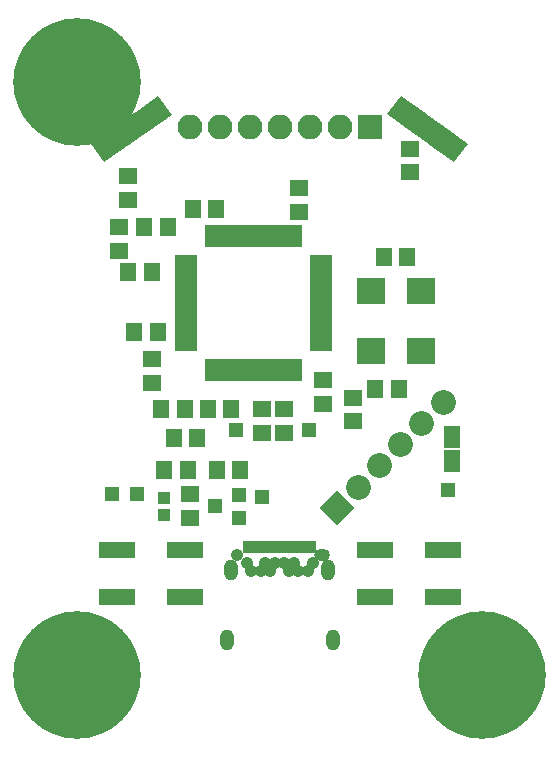
<source format=gbr>
G04 #@! TF.FileFunction,Soldermask,Top*
%FSLAX46Y46*%
G04 Gerber Fmt 4.6, Leading zero omitted, Abs format (unit mm)*
G04 Created by KiCad (PCBNEW 4.0.7-e2-6376~58~ubuntu16.04.1) date Mon Nov 20 20:41:21 2017*
%MOMM*%
%LPD*%
G01*
G04 APERTURE LIST*
%ADD10C,0.100000*%
%ADD11R,1.400000X1.650000*%
%ADD12R,1.650000X1.400000*%
%ADD13R,1.100000X1.000000*%
%ADD14C,2.100000*%
%ADD15O,1.200000X1.800000*%
%ADD16R,0.700000X1.100000*%
%ADD17O,1.350000X1.050000*%
%ADD18C,1.050000*%
%ADD19R,2.100000X2.100000*%
%ADD20O,2.100000X2.100000*%
%ADD21R,3.150000X1.400000*%
%ADD22R,1.250000X1.250000*%
%ADD23R,1.900000X0.700000*%
%ADD24R,0.700000X1.900000*%
%ADD25R,1.300000X1.200000*%
%ADD26R,2.400000X2.200000*%
%ADD27R,1.400000X1.924000*%
%ADD28C,10.800080*%
G04 APERTURE END LIST*
D10*
D11*
X226704400Y-87223600D03*
X224704400Y-87223600D03*
D12*
X222097600Y-99126800D03*
X222097600Y-101126800D03*
X219583000Y-99679000D03*
X219583000Y-97679000D03*
X217551000Y-83423000D03*
X217551000Y-81423000D03*
D11*
X210550000Y-83185000D03*
X208550000Y-83185000D03*
X204422500Y-84645500D03*
X206422500Y-84645500D03*
D12*
X205105000Y-95901000D03*
X205105000Y-97901000D03*
D11*
X205597000Y-93599000D03*
X203597000Y-93599000D03*
D12*
X208280000Y-107331000D03*
X208280000Y-109331000D03*
D11*
X212582000Y-105283000D03*
X210582000Y-105283000D03*
D13*
X206121000Y-109031000D03*
X206121000Y-107631000D03*
D11*
X206137000Y-105283000D03*
X208137000Y-105283000D03*
D10*
G36*
X222210924Y-108458000D02*
X220726000Y-109942924D01*
X219241076Y-108458000D01*
X220726000Y-106973076D01*
X222210924Y-108458000D01*
X222210924Y-108458000D01*
G37*
D14*
X222522051Y-106661949D02*
X222522051Y-106661949D01*
X224318102Y-104865898D02*
X224318102Y-104865898D01*
X226114154Y-103069846D02*
X226114154Y-103069846D01*
X227910205Y-101273795D02*
X227910205Y-101273795D01*
X229706256Y-99477744D02*
X229706256Y-99477744D01*
D15*
X211770000Y-113730000D03*
D16*
X213150000Y-111820000D03*
X213650000Y-111820000D03*
X214150000Y-111820000D03*
X214650000Y-111820000D03*
X215150000Y-111820000D03*
X215650000Y-111820000D03*
X216150000Y-111820000D03*
X218650000Y-111820000D03*
X217650000Y-111820000D03*
X217150000Y-111820000D03*
X216650000Y-111820000D03*
X218150000Y-111820000D03*
D15*
X220030000Y-113730000D03*
X220390000Y-119680000D03*
X211410000Y-119680000D03*
D17*
X219500000Y-112480000D03*
D18*
X212300000Y-112480000D03*
X218700000Y-113130000D03*
X217100000Y-113130000D03*
X216300000Y-113130000D03*
X215500000Y-113130000D03*
X214700000Y-113130000D03*
X213100000Y-113130000D03*
X218300000Y-113830000D03*
X217500000Y-113830000D03*
X216700000Y-113830000D03*
X215100000Y-113830000D03*
X214300000Y-113830000D03*
X213500000Y-113830000D03*
D19*
X223520000Y-76200000D03*
D20*
X220980000Y-76200000D03*
X218440000Y-76200000D03*
X215900000Y-76200000D03*
X213360000Y-76200000D03*
X210820000Y-76200000D03*
X208280000Y-76200000D03*
D11*
X206924400Y-102565200D03*
X208924400Y-102565200D03*
X205089000Y-88519000D03*
X203089000Y-88519000D03*
D12*
X202311000Y-86725000D03*
X202311000Y-84725000D03*
D11*
X209820000Y-100101400D03*
X211820000Y-100101400D03*
D12*
X214426800Y-102117400D03*
X214426800Y-100117400D03*
X216255600Y-100117400D03*
X216255600Y-102117400D03*
D11*
X205883000Y-100076000D03*
X207883000Y-100076000D03*
D12*
X203022200Y-80381600D03*
X203022200Y-82381600D03*
X226898200Y-78070200D03*
X226898200Y-80070200D03*
D10*
G36*
X203127857Y-77745015D02*
X202010585Y-76178657D01*
X203576943Y-75061385D01*
X204694215Y-76627743D01*
X203127857Y-77745015D01*
X203127857Y-77745015D01*
G37*
G36*
X201069773Y-79213033D02*
X199952501Y-77646675D01*
X202150613Y-76078777D01*
X203267885Y-77645135D01*
X201069773Y-79213033D01*
X201069773Y-79213033D01*
G37*
G36*
X204554187Y-76727623D02*
X203436915Y-75161265D01*
X205635027Y-73593367D01*
X206752299Y-75159725D01*
X204554187Y-76727623D01*
X204554187Y-76727623D01*
G37*
G36*
X229764015Y-76153257D02*
X228646743Y-77719615D01*
X227080385Y-76602343D01*
X228197657Y-75035985D01*
X229764015Y-76153257D01*
X229764015Y-76153257D01*
G37*
G36*
X231822099Y-77621275D02*
X230704827Y-79187633D01*
X228506715Y-77619735D01*
X229623987Y-76053377D01*
X231822099Y-77621275D01*
X231822099Y-77621275D01*
G37*
G36*
X228337685Y-75135865D02*
X227220413Y-76702223D01*
X225022301Y-75134325D01*
X226139573Y-73567967D01*
X228337685Y-75135865D01*
X228337685Y-75135865D01*
G37*
D21*
X207858000Y-112046000D03*
X202098000Y-112046000D03*
X202098000Y-116046000D03*
X207858000Y-116046000D03*
X229702000Y-112046000D03*
X223942000Y-112046000D03*
X223942000Y-116046000D03*
X229702000Y-116046000D03*
D22*
X203835000Y-107315000D03*
X212242400Y-101854000D03*
X218389200Y-101854000D03*
X201676000Y-107315000D03*
X230124000Y-106934000D03*
X214376000Y-107569000D03*
D23*
X219377500Y-94872500D03*
X219377500Y-94372500D03*
X219377500Y-93872500D03*
X219377500Y-93372500D03*
X219377500Y-92872500D03*
X219377500Y-92372500D03*
X219377500Y-91872500D03*
X219377500Y-91372500D03*
X219377500Y-90872500D03*
X219377500Y-90372500D03*
X219377500Y-89872500D03*
X219377500Y-89372500D03*
X219377500Y-88872500D03*
X219377500Y-88372500D03*
X219377500Y-87872500D03*
X219377500Y-87372500D03*
D24*
X217427500Y-85422500D03*
X216927500Y-85422500D03*
X216427500Y-85422500D03*
X215927500Y-85422500D03*
X215427500Y-85422500D03*
X214927500Y-85422500D03*
X214427500Y-85422500D03*
X213927500Y-85422500D03*
X213427500Y-85422500D03*
X212927500Y-85422500D03*
X212427500Y-85422500D03*
X211927500Y-85422500D03*
X211427500Y-85422500D03*
X210927500Y-85422500D03*
X210427500Y-85422500D03*
X209927500Y-85422500D03*
D23*
X207977500Y-87372500D03*
X207977500Y-87872500D03*
X207977500Y-88372500D03*
X207977500Y-88872500D03*
X207977500Y-89372500D03*
X207977500Y-89872500D03*
X207977500Y-90372500D03*
X207977500Y-90872500D03*
X207977500Y-91372500D03*
X207977500Y-91872500D03*
X207977500Y-92372500D03*
X207977500Y-92872500D03*
X207977500Y-93372500D03*
X207977500Y-93872500D03*
X207977500Y-94372500D03*
X207977500Y-94872500D03*
D24*
X209927500Y-96822500D03*
X210427500Y-96822500D03*
X210927500Y-96822500D03*
X211427500Y-96822500D03*
X211927500Y-96822500D03*
X212427500Y-96822500D03*
X212927500Y-96822500D03*
X213427500Y-96822500D03*
X213927500Y-96822500D03*
X214427500Y-96822500D03*
X214927500Y-96822500D03*
X215427500Y-96822500D03*
X215927500Y-96822500D03*
X216427500Y-96822500D03*
X216927500Y-96822500D03*
X217427500Y-96822500D03*
D25*
X212455000Y-109281000D03*
X212455000Y-107381000D03*
X210455000Y-108331000D03*
D11*
X224018600Y-98399600D03*
X226018600Y-98399600D03*
D26*
X227842500Y-95186500D03*
X227842500Y-90106500D03*
X223642500Y-90106500D03*
X223642500Y-95186500D03*
D27*
X230505000Y-104521000D03*
X230505000Y-102489000D03*
D28*
X198755000Y-122631200D03*
X233045000Y-122631200D03*
X198755000Y-72390000D03*
M02*

</source>
